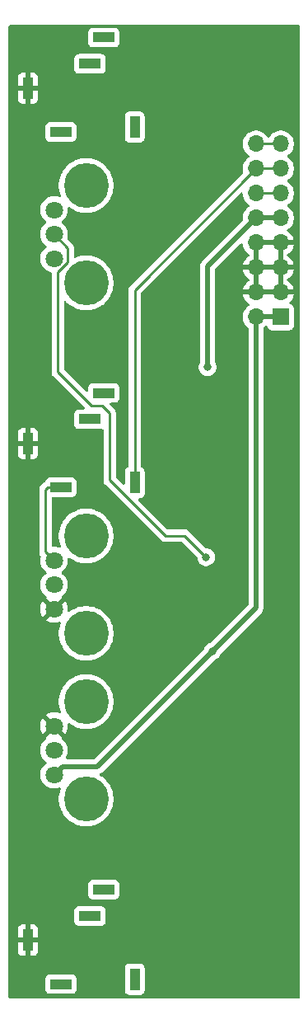
<source format=gbr>
G04 #@! TF.GenerationSoftware,KiCad,Pcbnew,9.0.0*
G04 #@! TF.CreationDate,2025-02-23T15:48:18-07:00*
G04 #@! TF.ProjectId,Notch_Filter,4e6f7463-685f-4466-996c-7465722e6b69,rev?*
G04 #@! TF.SameCoordinates,Original*
G04 #@! TF.FileFunction,Copper,L2,Bot*
G04 #@! TF.FilePolarity,Positive*
%FSLAX46Y46*%
G04 Gerber Fmt 4.6, Leading zero omitted, Abs format (unit mm)*
G04 Created by KiCad (PCBNEW 9.0.0) date 2025-02-23 15:48:18*
%MOMM*%
%LPD*%
G01*
G04 APERTURE LIST*
G04 #@! TA.AperFunction,ComponentPad*
%ADD10R,1.000000X2.200000*%
G04 #@! TD*
G04 #@! TA.AperFunction,ComponentPad*
%ADD11R,2.200000X1.000000*%
G04 #@! TD*
G04 #@! TA.AperFunction,ComponentPad*
%ADD12R,1.700000X1.700000*%
G04 #@! TD*
G04 #@! TA.AperFunction,ComponentPad*
%ADD13O,1.700000X1.700000*%
G04 #@! TD*
G04 #@! TA.AperFunction,ComponentPad*
%ADD14C,4.600000*%
G04 #@! TD*
G04 #@! TA.AperFunction,ComponentPad*
%ADD15C,1.800000*%
G04 #@! TD*
G04 #@! TA.AperFunction,ViaPad*
%ADD16C,0.800000*%
G04 #@! TD*
G04 #@! TA.AperFunction,Conductor*
%ADD17C,0.500000*%
G04 #@! TD*
G04 #@! TA.AperFunction,Conductor*
%ADD18C,0.250000*%
G04 #@! TD*
G04 APERTURE END LIST*
D10*
X2000000Y-6500000D03*
X13000000Y-10500000D03*
D11*
X5400000Y-11000000D03*
X8400000Y-4000000D03*
X9800000Y-1300000D03*
D10*
X2000000Y-94000000D03*
X13000000Y-98000000D03*
D11*
X5400000Y-98500000D03*
X9800000Y-88800000D03*
X8400000Y-91500000D03*
D12*
X28000000Y-30000000D03*
D13*
X25460000Y-30000000D03*
X28000000Y-27460000D03*
X25460000Y-27460000D03*
X28000000Y-24920000D03*
X25460000Y-24920000D03*
X28000000Y-22380000D03*
X25460000Y-22380000D03*
X28000000Y-19840000D03*
X25460000Y-19840000D03*
X28000000Y-17300000D03*
X25460000Y-17300000D03*
X28000000Y-14760000D03*
X25460000Y-14760000D03*
X28000000Y-12220000D03*
X25460000Y-12220000D03*
D10*
X2000000Y-43000000D03*
X13000000Y-47000000D03*
D11*
X5400000Y-47500000D03*
X9800000Y-37800000D03*
X8400000Y-40500000D03*
D14*
X8000000Y-16500000D03*
X8000000Y-26500000D03*
D15*
X4700000Y-19000000D03*
X4700000Y-21500000D03*
X4700000Y-24000000D03*
D14*
X8000000Y-62500000D03*
X8000000Y-52500000D03*
D15*
X4700000Y-55000000D03*
X4700000Y-57500000D03*
X4700000Y-60000000D03*
D14*
X8000000Y-69500000D03*
X8000000Y-79500000D03*
D15*
X4700000Y-72000000D03*
X4700000Y-74500000D03*
X4700000Y-77000000D03*
D16*
X1500000Y-98500000D03*
X28000000Y-33000000D03*
X28500000Y-98500000D03*
X1500000Y-3000000D03*
X28500000Y-97000000D03*
X28500000Y-1500000D03*
X17000000Y-64167600D03*
X1500000Y-97000000D03*
X28500000Y-3000000D03*
X1500000Y-1500000D03*
X28000000Y-53000000D03*
X24630200Y-65907400D03*
X24717800Y-82818100D03*
X27000000Y-98500000D03*
X21000000Y-45197700D03*
X3000000Y-98500000D03*
X17730000Y-54573700D03*
X27000000Y-1500000D03*
X24638000Y-71120000D03*
X24638200Y-78490600D03*
X3000000Y-1500000D03*
X17000000Y-89837700D03*
X20487700Y-35166900D03*
X20988000Y-64332400D03*
X20334500Y-54664800D03*
D17*
X25460000Y-19840000D02*
X26399700Y-19840000D01*
X20487700Y-35166900D02*
X20487700Y-24812300D01*
X28000000Y-19840000D02*
X26399700Y-19840000D01*
X20487700Y-24812300D02*
X25460000Y-19840000D01*
X5549600Y-76150400D02*
X4700000Y-77000000D01*
X28000000Y-30000000D02*
X26399700Y-30000000D01*
X25460000Y-30000000D02*
X26399700Y-30000000D01*
X9170000Y-76150400D02*
X5549600Y-76150400D01*
X25460000Y-59860400D02*
X20988000Y-64332400D01*
X20988000Y-64332400D02*
X9170000Y-76150400D01*
X25460000Y-30000000D02*
X25460000Y-59860400D01*
D18*
X28000000Y-12220000D02*
X25460000Y-12220000D01*
X25460000Y-14760000D02*
X13000000Y-27220000D01*
X13000000Y-27220000D02*
X13000000Y-47000000D01*
X25460000Y-14760000D02*
X28000000Y-14760000D01*
X28000000Y-17300000D02*
X25460000Y-17300000D01*
X4062000Y-47500000D02*
X5400000Y-47500000D01*
X3810000Y-47752000D02*
X4062000Y-47500000D01*
X3810000Y-54110000D02*
X3810000Y-47752000D01*
X4700000Y-55000000D02*
X3810000Y-54110000D01*
X6096000Y-22896000D02*
X4700000Y-21500000D01*
X10414000Y-46736000D02*
X10414000Y-39878000D01*
X20334500Y-54664800D02*
X18114400Y-52444700D01*
X16122700Y-52444700D02*
X10414000Y-46736000D01*
X9652000Y-39116000D02*
X8562600Y-39116000D01*
X6096000Y-24410600D02*
X6096000Y-22896000D01*
X8562600Y-39116000D02*
X5080000Y-35633400D01*
X5080000Y-25426600D02*
X6096000Y-24410600D01*
X10414000Y-39878000D02*
X9652000Y-39116000D01*
X18114400Y-52444700D02*
X16122700Y-52444700D01*
X5080000Y-35633400D02*
X5080000Y-25426600D01*
G04 #@! TA.AperFunction,Conductor*
G36*
X27534075Y-27267007D02*
G01*
X27500000Y-27394174D01*
X27500000Y-27525826D01*
X27534075Y-27652993D01*
X27569297Y-27714000D01*
X25890703Y-27714000D01*
X25925925Y-27652993D01*
X25960000Y-27525826D01*
X25960000Y-27394174D01*
X25925925Y-27267007D01*
X25890703Y-27206000D01*
X27569297Y-27206000D01*
X27534075Y-27267007D01*
G37*
G04 #@! TD.AperFunction*
G04 #@! TA.AperFunction,Conductor*
G36*
X25714000Y-27029297D02*
G01*
X25652993Y-26994075D01*
X25525826Y-26960000D01*
X25394174Y-26960000D01*
X25267007Y-26994075D01*
X25206000Y-27029297D01*
X25206000Y-25350702D01*
X25267007Y-25385925D01*
X25394174Y-25420000D01*
X25525826Y-25420000D01*
X25652993Y-25385925D01*
X25714000Y-25350702D01*
X25714000Y-27029297D01*
G37*
G04 #@! TD.AperFunction*
G04 #@! TA.AperFunction,Conductor*
G36*
X28254000Y-27029297D02*
G01*
X28192993Y-26994075D01*
X28065826Y-26960000D01*
X27934174Y-26960000D01*
X27807007Y-26994075D01*
X27746000Y-27029297D01*
X27746000Y-25350702D01*
X27807007Y-25385925D01*
X27934174Y-25420000D01*
X28065826Y-25420000D01*
X28192993Y-25385925D01*
X28254000Y-25350702D01*
X28254000Y-27029297D01*
G37*
G04 #@! TD.AperFunction*
G04 #@! TA.AperFunction,Conductor*
G36*
X27534075Y-24727007D02*
G01*
X27500000Y-24854174D01*
X27500000Y-24985826D01*
X27534075Y-25112993D01*
X27569297Y-25174000D01*
X25890703Y-25174000D01*
X25925925Y-25112993D01*
X25960000Y-24985826D01*
X25960000Y-24854174D01*
X25925925Y-24727007D01*
X25890703Y-24666000D01*
X27569297Y-24666000D01*
X27534075Y-24727007D01*
G37*
G04 #@! TD.AperFunction*
G04 #@! TA.AperFunction,Conductor*
G36*
X25714000Y-24489297D02*
G01*
X25652993Y-24454075D01*
X25525826Y-24420000D01*
X25394174Y-24420000D01*
X25267007Y-24454075D01*
X25206000Y-24489297D01*
X25206000Y-22810702D01*
X25267007Y-22845925D01*
X25394174Y-22880000D01*
X25525826Y-22880000D01*
X25652993Y-22845925D01*
X25714000Y-22810702D01*
X25714000Y-24489297D01*
G37*
G04 #@! TD.AperFunction*
G04 #@! TA.AperFunction,Conductor*
G36*
X28254000Y-24489297D02*
G01*
X28192993Y-24454075D01*
X28065826Y-24420000D01*
X27934174Y-24420000D01*
X27807007Y-24454075D01*
X27746000Y-24489297D01*
X27746000Y-22810702D01*
X27807007Y-22845925D01*
X27934174Y-22880000D01*
X28065826Y-22880000D01*
X28192993Y-22845925D01*
X28254000Y-22810702D01*
X28254000Y-24489297D01*
G37*
G04 #@! TD.AperFunction*
G04 #@! TA.AperFunction,Conductor*
G36*
X27534075Y-22187007D02*
G01*
X27500000Y-22314174D01*
X27500000Y-22445826D01*
X27534075Y-22572993D01*
X27569297Y-22634000D01*
X25890703Y-22634000D01*
X25925925Y-22572993D01*
X25960000Y-22445826D01*
X25960000Y-22314174D01*
X25925925Y-22187007D01*
X25890703Y-22126000D01*
X27569297Y-22126000D01*
X27534075Y-22187007D01*
G37*
G04 #@! TD.AperFunction*
G04 #@! TA.AperFunction,Conductor*
G36*
X29916621Y-45502D02*
G01*
X29963114Y-99158D01*
X29974500Y-151500D01*
X29974500Y-99848500D01*
X29954498Y-99916621D01*
X29900842Y-99963114D01*
X29848500Y-99974500D01*
X151500Y-99974500D01*
X83379Y-99954498D01*
X36886Y-99900842D01*
X25500Y-99848500D01*
X25500Y-97951350D01*
X3791500Y-97951350D01*
X3791500Y-99048649D01*
X3798009Y-99109196D01*
X3798011Y-99109204D01*
X3849110Y-99246202D01*
X3849112Y-99246207D01*
X3936738Y-99363261D01*
X4053792Y-99450887D01*
X4053794Y-99450888D01*
X4053796Y-99450889D01*
X4112875Y-99472924D01*
X4190795Y-99501988D01*
X4190803Y-99501990D01*
X4251350Y-99508499D01*
X4251355Y-99508499D01*
X4251362Y-99508500D01*
X4251368Y-99508500D01*
X6548632Y-99508500D01*
X6548638Y-99508500D01*
X6548645Y-99508499D01*
X6548649Y-99508499D01*
X6609196Y-99501990D01*
X6609199Y-99501989D01*
X6609201Y-99501989D01*
X6746204Y-99450889D01*
X6863261Y-99363261D01*
X6950887Y-99246207D01*
X6950887Y-99246206D01*
X6950889Y-99246204D01*
X7001989Y-99109201D01*
X7008500Y-99048638D01*
X7008500Y-97951362D01*
X7008499Y-97951350D01*
X7001990Y-97890803D01*
X7001988Y-97890795D01*
X6950889Y-97753797D01*
X6950887Y-97753792D01*
X6863261Y-97636738D01*
X6746207Y-97549112D01*
X6746202Y-97549110D01*
X6609204Y-97498011D01*
X6609196Y-97498009D01*
X6548649Y-97491500D01*
X6548638Y-97491500D01*
X4251362Y-97491500D01*
X4251350Y-97491500D01*
X4190803Y-97498009D01*
X4190795Y-97498011D01*
X4053797Y-97549110D01*
X4053792Y-97549112D01*
X3936738Y-97636738D01*
X3849112Y-97753792D01*
X3849110Y-97753797D01*
X3798011Y-97890795D01*
X3798009Y-97890803D01*
X3791500Y-97951350D01*
X25500Y-97951350D01*
X25500Y-96851350D01*
X11991500Y-96851350D01*
X11991500Y-99148649D01*
X11998009Y-99209196D01*
X11998011Y-99209204D01*
X12049110Y-99346202D01*
X12049112Y-99346207D01*
X12136738Y-99463261D01*
X12253792Y-99550887D01*
X12253794Y-99550888D01*
X12253796Y-99550889D01*
X12312875Y-99572924D01*
X12390795Y-99601988D01*
X12390803Y-99601990D01*
X12451350Y-99608499D01*
X12451355Y-99608499D01*
X12451362Y-99608500D01*
X12451368Y-99608500D01*
X13548632Y-99608500D01*
X13548638Y-99608500D01*
X13548645Y-99608499D01*
X13548649Y-99608499D01*
X13609196Y-99601990D01*
X13609199Y-99601989D01*
X13609201Y-99601989D01*
X13746204Y-99550889D01*
X13863261Y-99463261D01*
X13950889Y-99346204D01*
X14001989Y-99209201D01*
X14008500Y-99148638D01*
X14008500Y-96851362D01*
X14008499Y-96851350D01*
X14001990Y-96790803D01*
X14001988Y-96790795D01*
X13950889Y-96653797D01*
X13950887Y-96653792D01*
X13863261Y-96536738D01*
X13746207Y-96449112D01*
X13746202Y-96449110D01*
X13609204Y-96398011D01*
X13609196Y-96398009D01*
X13548649Y-96391500D01*
X13548638Y-96391500D01*
X12451362Y-96391500D01*
X12451350Y-96391500D01*
X12390803Y-96398009D01*
X12390795Y-96398011D01*
X12253797Y-96449110D01*
X12253792Y-96449112D01*
X12136738Y-96536738D01*
X12049112Y-96653792D01*
X12049110Y-96653797D01*
X11998011Y-96790795D01*
X11998009Y-96790803D01*
X11991500Y-96851350D01*
X25500Y-96851350D01*
X25500Y-95148597D01*
X992000Y-95148597D01*
X998505Y-95209093D01*
X1049555Y-95345964D01*
X1049555Y-95345965D01*
X1137095Y-95462904D01*
X1254034Y-95550444D01*
X1390906Y-95601494D01*
X1451402Y-95607999D01*
X1451415Y-95608000D01*
X1746000Y-95608000D01*
X2254000Y-95608000D01*
X2548585Y-95608000D01*
X2548597Y-95607999D01*
X2609093Y-95601494D01*
X2745964Y-95550444D01*
X2745965Y-95550444D01*
X2862904Y-95462904D01*
X2950444Y-95345965D01*
X2950444Y-95345964D01*
X3001494Y-95209093D01*
X3007999Y-95148597D01*
X3008000Y-95148585D01*
X3008000Y-94254000D01*
X2254000Y-94254000D01*
X2254000Y-95608000D01*
X1746000Y-95608000D01*
X1746000Y-94254000D01*
X992000Y-94254000D01*
X992000Y-95148597D01*
X25500Y-95148597D01*
X25500Y-92851402D01*
X992000Y-92851402D01*
X992000Y-93746000D01*
X1746000Y-93746000D01*
X1746000Y-93560218D01*
X1800000Y-93560218D01*
X1800000Y-94439782D01*
X1830448Y-94513291D01*
X1886709Y-94569552D01*
X1960218Y-94600000D01*
X2039782Y-94600000D01*
X2113291Y-94569552D01*
X2169552Y-94513291D01*
X2200000Y-94439782D01*
X2200000Y-93746000D01*
X2254000Y-93746000D01*
X3008000Y-93746000D01*
X3008000Y-92851414D01*
X3007999Y-92851402D01*
X3001494Y-92790906D01*
X2950444Y-92654035D01*
X2950444Y-92654034D01*
X2862904Y-92537095D01*
X2745965Y-92449555D01*
X2609093Y-92398505D01*
X2548597Y-92392000D01*
X2254000Y-92392000D01*
X2254000Y-93746000D01*
X2200000Y-93746000D01*
X2200000Y-93560218D01*
X2169552Y-93486709D01*
X2113291Y-93430448D01*
X2039782Y-93400000D01*
X1960218Y-93400000D01*
X1886709Y-93430448D01*
X1830448Y-93486709D01*
X1800000Y-93560218D01*
X1746000Y-93560218D01*
X1746000Y-92392000D01*
X1451402Y-92392000D01*
X1390906Y-92398505D01*
X1254035Y-92449555D01*
X1254034Y-92449555D01*
X1137095Y-92537095D01*
X1049555Y-92654034D01*
X1049555Y-92654035D01*
X998505Y-92790906D01*
X992000Y-92851402D01*
X25500Y-92851402D01*
X25500Y-90951350D01*
X6791500Y-90951350D01*
X6791500Y-92048649D01*
X6798009Y-92109196D01*
X6798011Y-92109204D01*
X6849110Y-92246202D01*
X6849112Y-92246207D01*
X6936738Y-92363261D01*
X7053792Y-92450887D01*
X7053794Y-92450888D01*
X7053796Y-92450889D01*
X7112875Y-92472924D01*
X7190795Y-92501988D01*
X7190803Y-92501990D01*
X7251350Y-92508499D01*
X7251355Y-92508499D01*
X7251362Y-92508500D01*
X7251368Y-92508500D01*
X9548632Y-92508500D01*
X9548638Y-92508500D01*
X9548645Y-92508499D01*
X9548649Y-92508499D01*
X9609196Y-92501990D01*
X9609199Y-92501989D01*
X9609201Y-92501989D01*
X9746204Y-92450889D01*
X9863261Y-92363261D01*
X9950889Y-92246204D01*
X10001989Y-92109201D01*
X10008500Y-92048638D01*
X10008500Y-90951362D01*
X10008499Y-90951350D01*
X10001990Y-90890803D01*
X10001988Y-90890795D01*
X9950889Y-90753797D01*
X9950887Y-90753792D01*
X9863261Y-90636738D01*
X9746207Y-90549112D01*
X9746202Y-90549110D01*
X9609204Y-90498011D01*
X9609196Y-90498009D01*
X9548649Y-90491500D01*
X9548638Y-90491500D01*
X7251362Y-90491500D01*
X7251350Y-90491500D01*
X7190803Y-90498009D01*
X7190795Y-90498011D01*
X7053797Y-90549110D01*
X7053792Y-90549112D01*
X6936738Y-90636738D01*
X6849112Y-90753792D01*
X6849110Y-90753797D01*
X6798011Y-90890795D01*
X6798009Y-90890803D01*
X6791500Y-90951350D01*
X25500Y-90951350D01*
X25500Y-88251350D01*
X8191500Y-88251350D01*
X8191500Y-89348649D01*
X8198009Y-89409196D01*
X8198011Y-89409204D01*
X8249110Y-89546202D01*
X8249112Y-89546207D01*
X8336738Y-89663261D01*
X8453792Y-89750887D01*
X8453794Y-89750888D01*
X8453796Y-89750889D01*
X8512875Y-89772924D01*
X8590795Y-89801988D01*
X8590803Y-89801990D01*
X8651350Y-89808499D01*
X8651355Y-89808499D01*
X8651362Y-89808500D01*
X8651368Y-89808500D01*
X10948632Y-89808500D01*
X10948638Y-89808500D01*
X10948645Y-89808499D01*
X10948649Y-89808499D01*
X11009196Y-89801990D01*
X11009199Y-89801989D01*
X11009201Y-89801989D01*
X11146204Y-89750889D01*
X11263261Y-89663261D01*
X11350889Y-89546204D01*
X11401989Y-89409201D01*
X11408500Y-89348638D01*
X11408500Y-88251362D01*
X11408499Y-88251350D01*
X11401990Y-88190803D01*
X11401988Y-88190795D01*
X11350889Y-88053797D01*
X11350887Y-88053792D01*
X11263261Y-87936738D01*
X11146207Y-87849112D01*
X11146202Y-87849110D01*
X11009204Y-87798011D01*
X11009196Y-87798009D01*
X10948649Y-87791500D01*
X10948638Y-87791500D01*
X8651362Y-87791500D01*
X8651350Y-87791500D01*
X8590803Y-87798009D01*
X8590795Y-87798011D01*
X8453797Y-87849110D01*
X8453792Y-87849112D01*
X8336738Y-87936738D01*
X8249112Y-88053792D01*
X8249110Y-88053797D01*
X8198011Y-88190795D01*
X8198009Y-88190803D01*
X8191500Y-88251350D01*
X25500Y-88251350D01*
X25500Y-47689603D01*
X3176500Y-47689603D01*
X3176500Y-47689606D01*
X3176500Y-54047606D01*
X3176500Y-54172394D01*
X3200845Y-54294785D01*
X3248600Y-54410075D01*
X3248601Y-54410076D01*
X3321368Y-54518980D01*
X3319851Y-54519993D01*
X3344246Y-54577428D01*
X3338926Y-54630951D01*
X3326184Y-54670167D01*
X3326183Y-54670168D01*
X3316140Y-54733578D01*
X3291500Y-54889149D01*
X3291500Y-55110851D01*
X3317211Y-55273181D01*
X3326183Y-55329829D01*
X3393948Y-55538387D01*
X3394692Y-55540676D01*
X3411315Y-55573300D01*
X3495345Y-55738218D01*
X3625658Y-55917578D01*
X3782417Y-56074337D01*
X3782420Y-56074339D01*
X3782424Y-56074343D01*
X3883892Y-56148064D01*
X3927245Y-56204287D01*
X3933320Y-56275023D01*
X3900188Y-56337815D01*
X3883892Y-56351936D01*
X3782417Y-56425662D01*
X3625658Y-56582421D01*
X3495345Y-56761781D01*
X3394693Y-56959322D01*
X3394690Y-56959328D01*
X3326183Y-57170170D01*
X3326182Y-57170175D01*
X3326182Y-57170176D01*
X3291500Y-57389149D01*
X3291500Y-57610851D01*
X3326182Y-57829824D01*
X3326183Y-57829829D01*
X3394690Y-58040671D01*
X3394692Y-58040676D01*
X3394693Y-58040677D01*
X3495345Y-58238218D01*
X3625658Y-58417578D01*
X3782418Y-58574338D01*
X3782421Y-58574340D01*
X3782424Y-58574343D01*
X3884316Y-58648372D01*
X3927670Y-58704594D01*
X3933745Y-58775331D01*
X3900613Y-58838122D01*
X3900221Y-58838461D01*
X3900035Y-58840825D01*
X4575052Y-59515842D01*
X4507007Y-59534075D01*
X4392993Y-59599901D01*
X4299901Y-59692993D01*
X4234075Y-59807007D01*
X4215842Y-59875052D01*
X3540825Y-59200035D01*
X3540823Y-59200035D01*
X3495772Y-59262043D01*
X3395156Y-59459514D01*
X3395155Y-59459516D01*
X3326670Y-59670289D01*
X3292000Y-59889191D01*
X3292000Y-60110808D01*
X3326670Y-60329710D01*
X3395155Y-60540483D01*
X3395156Y-60540485D01*
X3495770Y-60737952D01*
X3540824Y-60799963D01*
X4215841Y-60124946D01*
X4234075Y-60192993D01*
X4299901Y-60307007D01*
X4392993Y-60400099D01*
X4507007Y-60465925D01*
X4575051Y-60484157D01*
X3900035Y-61159173D01*
X3900035Y-61159174D01*
X3962047Y-61204229D01*
X4159514Y-61304843D01*
X4159516Y-61304844D01*
X4370289Y-61373329D01*
X4589191Y-61408000D01*
X4810809Y-61408000D01*
X5029710Y-61373329D01*
X5226815Y-61309285D01*
X5297783Y-61307257D01*
X5358581Y-61343919D01*
X5389906Y-61407631D01*
X5384682Y-61470733D01*
X5332133Y-61620908D01*
X5297015Y-61721275D01*
X5297012Y-61721283D01*
X5226819Y-62028814D01*
X5191500Y-62342276D01*
X5191500Y-62657723D01*
X5226819Y-62971185D01*
X5263362Y-63131289D01*
X5297012Y-63278718D01*
X5297014Y-63278724D01*
X5297013Y-63278724D01*
X5401189Y-63576442D01*
X5401200Y-63576469D01*
X5538063Y-63860668D01*
X5705890Y-64127762D01*
X5705894Y-64127768D01*
X5902563Y-64374381D01*
X5902572Y-64374391D01*
X6125608Y-64597427D01*
X6125618Y-64597436D01*
X6372231Y-64794105D01*
X6372238Y-64794109D01*
X6372241Y-64794112D01*
X6502215Y-64875779D01*
X6639331Y-64961936D01*
X6639334Y-64961937D01*
X6639335Y-64961938D01*
X6923540Y-65098804D01*
X6923556Y-65098809D01*
X6923557Y-65098810D01*
X7221275Y-65202986D01*
X7221278Y-65202986D01*
X7221282Y-65202988D01*
X7528818Y-65273181D01*
X7751088Y-65298225D01*
X7842276Y-65308500D01*
X7842278Y-65308500D01*
X8157724Y-65308500D01*
X8237332Y-65299529D01*
X8471182Y-65273181D01*
X8778718Y-65202988D01*
X9076460Y-65098804D01*
X9360665Y-64961938D01*
X9627759Y-64794112D01*
X9874383Y-64597435D01*
X10097435Y-64374383D01*
X10256363Y-64175095D01*
X10294105Y-64127768D01*
X10294105Y-64127766D01*
X10294112Y-64127759D01*
X10461938Y-63860665D01*
X10598804Y-63576460D01*
X10702988Y-63278718D01*
X10773181Y-62971182D01*
X10808500Y-62657722D01*
X10808500Y-62342278D01*
X10773181Y-62028818D01*
X10702988Y-61721282D01*
X10615317Y-61470733D01*
X10598810Y-61423557D01*
X10598809Y-61423556D01*
X10598804Y-61423540D01*
X10461938Y-61139335D01*
X10461937Y-61139334D01*
X10461936Y-61139331D01*
X10294109Y-60872237D01*
X10294105Y-60872231D01*
X10097436Y-60625618D01*
X10097427Y-60625608D01*
X9874391Y-60402572D01*
X9874381Y-60402563D01*
X9627768Y-60205894D01*
X9627762Y-60205890D01*
X9360668Y-60038063D01*
X9076469Y-59901200D01*
X9076464Y-59901198D01*
X9076460Y-59901196D01*
X9076454Y-59901193D01*
X9076442Y-59901189D01*
X8778724Y-59797013D01*
X8471185Y-59726819D01*
X8157724Y-59691500D01*
X8157722Y-59691500D01*
X7842278Y-59691500D01*
X7842276Y-59691500D01*
X7528814Y-59726819D01*
X7221275Y-59797013D01*
X6923557Y-59901189D01*
X6923530Y-59901200D01*
X6639331Y-60038063D01*
X6372237Y-60205890D01*
X6372233Y-60205893D01*
X6306351Y-60258432D01*
X6240621Y-60285266D01*
X6170817Y-60272304D01*
X6119103Y-60223661D01*
X6101897Y-60154781D01*
X6103343Y-60140209D01*
X6108000Y-60110807D01*
X6108000Y-59889191D01*
X6073329Y-59670289D01*
X6004844Y-59459516D01*
X6004843Y-59459514D01*
X5904229Y-59262047D01*
X5859174Y-59200035D01*
X5859173Y-59200035D01*
X5184157Y-59875051D01*
X5165925Y-59807007D01*
X5100099Y-59692993D01*
X5007007Y-59599901D01*
X4892993Y-59534075D01*
X4824946Y-59515841D01*
X5499963Y-58840824D01*
X5499177Y-58830839D01*
X5472328Y-58796019D01*
X5466254Y-58725283D01*
X5499387Y-58662492D01*
X5515676Y-58648377D01*
X5617576Y-58574343D01*
X5774343Y-58417576D01*
X5904657Y-58238215D01*
X6005308Y-58040676D01*
X6073818Y-57829824D01*
X6108500Y-57610851D01*
X6108500Y-57389149D01*
X6073818Y-57170176D01*
X6005308Y-56959324D01*
X5904657Y-56761785D01*
X5774343Y-56582424D01*
X5774341Y-56582421D01*
X5617578Y-56425658D01*
X5516108Y-56351936D01*
X5472754Y-56295713D01*
X5466679Y-56224977D01*
X5499811Y-56162186D01*
X5516108Y-56148064D01*
X5617576Y-56074343D01*
X5774343Y-55917576D01*
X5904657Y-55738215D01*
X6005308Y-55540676D01*
X6073818Y-55329824D01*
X6108500Y-55110851D01*
X6108500Y-54889149D01*
X6103922Y-54860247D01*
X6113021Y-54789840D01*
X6158743Y-54735525D01*
X6226571Y-54714552D01*
X6294970Y-54733578D01*
X6306931Y-54742029D01*
X6372231Y-54794105D01*
X6372238Y-54794109D01*
X6372241Y-54794112D01*
X6477501Y-54860251D01*
X6639331Y-54961936D01*
X6639334Y-54961937D01*
X6639335Y-54961938D01*
X6923540Y-55098804D01*
X6923556Y-55098809D01*
X6923557Y-55098810D01*
X7221275Y-55202986D01*
X7221278Y-55202986D01*
X7221282Y-55202988D01*
X7528818Y-55273181D01*
X7751088Y-55298225D01*
X7842276Y-55308500D01*
X7842278Y-55308500D01*
X8157724Y-55308500D01*
X8237332Y-55299529D01*
X8471182Y-55273181D01*
X8778718Y-55202988D01*
X9076460Y-55098804D01*
X9360665Y-54961938D01*
X9627759Y-54794112D01*
X9874383Y-54597435D01*
X10097435Y-54374383D01*
X10294112Y-54127759D01*
X10461938Y-53860665D01*
X10598804Y-53576460D01*
X10702988Y-53278718D01*
X10773181Y-52971182D01*
X10808500Y-52657722D01*
X10808500Y-52342278D01*
X10773181Y-52028818D01*
X10702988Y-51721282D01*
X10598804Y-51423540D01*
X10461938Y-51139335D01*
X10461937Y-51139334D01*
X10461936Y-51139331D01*
X10294109Y-50872237D01*
X10294105Y-50872231D01*
X10097436Y-50625618D01*
X10097427Y-50625608D01*
X9874391Y-50402572D01*
X9874381Y-50402563D01*
X9627768Y-50205894D01*
X9627762Y-50205890D01*
X9360668Y-50038063D01*
X9076469Y-49901200D01*
X9076464Y-49901198D01*
X9076460Y-49901196D01*
X9076454Y-49901193D01*
X9076442Y-49901189D01*
X8778724Y-49797013D01*
X8471185Y-49726819D01*
X8157724Y-49691500D01*
X8157722Y-49691500D01*
X7842278Y-49691500D01*
X7842276Y-49691500D01*
X7528814Y-49726819D01*
X7221275Y-49797013D01*
X6923557Y-49901189D01*
X6923530Y-49901200D01*
X6639331Y-50038063D01*
X6372237Y-50205890D01*
X6372231Y-50205894D01*
X6125618Y-50402563D01*
X6125608Y-50402572D01*
X5902572Y-50625608D01*
X5902563Y-50625618D01*
X5705894Y-50872231D01*
X5705890Y-50872237D01*
X5538063Y-51139331D01*
X5401200Y-51423530D01*
X5401189Y-51423557D01*
X5297013Y-51721275D01*
X5226819Y-52028814D01*
X5191500Y-52342276D01*
X5191500Y-52657723D01*
X5226819Y-52971185D01*
X5251245Y-53078199D01*
X5297012Y-53278718D01*
X5297014Y-53278724D01*
X5297013Y-53278724D01*
X5384474Y-53528673D01*
X5388093Y-53599577D01*
X5352804Y-53661183D01*
X5289811Y-53693929D01*
X5226609Y-53690121D01*
X5029827Y-53626183D01*
X5029831Y-53626183D01*
X4956496Y-53614568D01*
X4810851Y-53591500D01*
X4589149Y-53591500D01*
X4589145Y-53591500D01*
X4584216Y-53591888D01*
X4584133Y-53590837D01*
X4518784Y-53582383D01*
X4464476Y-53536654D01*
X4443513Y-53468823D01*
X4443500Y-53467041D01*
X4443500Y-48634500D01*
X4463502Y-48566379D01*
X4517158Y-48519886D01*
X4569500Y-48508500D01*
X6548632Y-48508500D01*
X6548638Y-48508500D01*
X6548645Y-48508499D01*
X6548649Y-48508499D01*
X6609196Y-48501990D01*
X6609199Y-48501989D01*
X6609201Y-48501989D01*
X6746204Y-48450889D01*
X6863261Y-48363261D01*
X6950887Y-48246207D01*
X6950887Y-48246206D01*
X6950889Y-48246204D01*
X7001989Y-48109201D01*
X7008500Y-48048638D01*
X7008500Y-46951362D01*
X7008499Y-46951350D01*
X7001990Y-46890803D01*
X7001988Y-46890795D01*
X6950889Y-46753797D01*
X6950887Y-46753792D01*
X6863261Y-46636738D01*
X6746207Y-46549112D01*
X6746202Y-46549110D01*
X6609204Y-46498011D01*
X6609196Y-46498009D01*
X6548649Y-46491500D01*
X6548638Y-46491500D01*
X4251362Y-46491500D01*
X4251350Y-46491500D01*
X4190803Y-46498009D01*
X4190795Y-46498011D01*
X4053797Y-46549110D01*
X4053792Y-46549112D01*
X3936738Y-46636738D01*
X3849112Y-46753792D01*
X3849111Y-46753795D01*
X3800462Y-46884226D01*
X3757915Y-46941061D01*
X3752410Y-46944956D01*
X3658173Y-47007923D01*
X3658164Y-47007931D01*
X3317931Y-47348164D01*
X3317926Y-47348171D01*
X3248601Y-47451923D01*
X3200846Y-47567212D01*
X3176500Y-47689603D01*
X25500Y-47689603D01*
X25500Y-44148597D01*
X992000Y-44148597D01*
X998505Y-44209093D01*
X1049555Y-44345964D01*
X1049555Y-44345965D01*
X1137095Y-44462904D01*
X1254034Y-44550444D01*
X1390906Y-44601494D01*
X1451402Y-44607999D01*
X1451415Y-44608000D01*
X1746000Y-44608000D01*
X2254000Y-44608000D01*
X2548585Y-44608000D01*
X2548597Y-44607999D01*
X2609093Y-44601494D01*
X2745964Y-44550444D01*
X2745965Y-44550444D01*
X2862904Y-44462904D01*
X2950444Y-44345965D01*
X2950444Y-44345964D01*
X3001494Y-44209093D01*
X3007999Y-44148597D01*
X3008000Y-44148585D01*
X3008000Y-43254000D01*
X2254000Y-43254000D01*
X2254000Y-44608000D01*
X1746000Y-44608000D01*
X1746000Y-43254000D01*
X992000Y-43254000D01*
X992000Y-44148597D01*
X25500Y-44148597D01*
X25500Y-41851402D01*
X992000Y-41851402D01*
X992000Y-42746000D01*
X1746000Y-42746000D01*
X1746000Y-42560218D01*
X1800000Y-42560218D01*
X1800000Y-43439782D01*
X1830448Y-43513291D01*
X1886709Y-43569552D01*
X1960218Y-43600000D01*
X2039782Y-43600000D01*
X2113291Y-43569552D01*
X2169552Y-43513291D01*
X2200000Y-43439782D01*
X2200000Y-42746000D01*
X2254000Y-42746000D01*
X3008000Y-42746000D01*
X3008000Y-41851414D01*
X3007999Y-41851402D01*
X3001494Y-41790906D01*
X2950444Y-41654035D01*
X2950444Y-41654034D01*
X2862904Y-41537095D01*
X2745965Y-41449555D01*
X2609093Y-41398505D01*
X2548597Y-41392000D01*
X2254000Y-41392000D01*
X2254000Y-42746000D01*
X2200000Y-42746000D01*
X2200000Y-42560218D01*
X2169552Y-42486709D01*
X2113291Y-42430448D01*
X2039782Y-42400000D01*
X1960218Y-42400000D01*
X1886709Y-42430448D01*
X1830448Y-42486709D01*
X1800000Y-42560218D01*
X1746000Y-42560218D01*
X1746000Y-41392000D01*
X1451402Y-41392000D01*
X1390906Y-41398505D01*
X1254035Y-41449555D01*
X1254034Y-41449555D01*
X1137095Y-41537095D01*
X1049555Y-41654034D01*
X1049555Y-41654035D01*
X998505Y-41790906D01*
X992000Y-41851402D01*
X25500Y-41851402D01*
X25500Y-18889149D01*
X3291500Y-18889149D01*
X3291500Y-19110851D01*
X3317211Y-19273181D01*
X3326183Y-19329829D01*
X3388584Y-19521878D01*
X3394692Y-19540676D01*
X3495343Y-19738215D01*
X3495345Y-19738218D01*
X3625658Y-19917578D01*
X3782417Y-20074337D01*
X3782420Y-20074339D01*
X3782424Y-20074343D01*
X3883892Y-20148064D01*
X3927245Y-20204287D01*
X3933320Y-20275023D01*
X3900188Y-20337815D01*
X3883893Y-20351935D01*
X3870752Y-20361483D01*
X3782417Y-20425662D01*
X3625658Y-20582421D01*
X3495345Y-20761781D01*
X3394693Y-20959322D01*
X3394690Y-20959328D01*
X3326183Y-21170170D01*
X3326182Y-21170175D01*
X3326182Y-21170176D01*
X3291500Y-21389149D01*
X3291500Y-21610851D01*
X3310259Y-21729288D01*
X3326183Y-21829829D01*
X3394690Y-22040671D01*
X3394692Y-22040676D01*
X3495343Y-22238215D01*
X3495345Y-22238218D01*
X3625658Y-22417578D01*
X3782417Y-22574337D01*
X3782420Y-22574339D01*
X3782424Y-22574343D01*
X3883892Y-22648064D01*
X3927245Y-22704287D01*
X3933320Y-22775023D01*
X3900188Y-22837815D01*
X3883892Y-22851936D01*
X3782417Y-22925662D01*
X3625658Y-23082421D01*
X3495345Y-23261781D01*
X3394693Y-23459322D01*
X3394690Y-23459328D01*
X3326183Y-23670170D01*
X3326182Y-23670175D01*
X3326182Y-23670176D01*
X3291500Y-23889149D01*
X3291500Y-24110851D01*
X3326018Y-24328786D01*
X3326183Y-24329829D01*
X3394690Y-24540671D01*
X3394692Y-24540676D01*
X3495025Y-24737590D01*
X3495345Y-24738218D01*
X3625658Y-24917578D01*
X3782421Y-25074341D01*
X3782424Y-25074343D01*
X3961785Y-25204657D01*
X4159324Y-25305308D01*
X4359437Y-25370328D01*
X4418042Y-25410401D01*
X4445679Y-25475798D01*
X4446500Y-25490161D01*
X4446500Y-35571006D01*
X4446500Y-35695794D01*
X4470845Y-35818185D01*
X4518600Y-35933475D01*
X4587929Y-36037233D01*
X4587931Y-36037235D01*
X7827101Y-39276405D01*
X7861127Y-39338717D01*
X7856062Y-39409532D01*
X7813515Y-39466368D01*
X7746995Y-39491179D01*
X7738006Y-39491500D01*
X7251350Y-39491500D01*
X7190803Y-39498009D01*
X7190795Y-39498011D01*
X7053797Y-39549110D01*
X7053792Y-39549112D01*
X6936738Y-39636738D01*
X6849112Y-39753792D01*
X6849110Y-39753797D01*
X6798011Y-39890795D01*
X6798009Y-39890803D01*
X6791500Y-39951350D01*
X6791500Y-41048649D01*
X6798009Y-41109196D01*
X6798011Y-41109204D01*
X6849110Y-41246202D01*
X6849112Y-41246207D01*
X6936738Y-41363261D01*
X7053792Y-41450887D01*
X7053794Y-41450888D01*
X7053796Y-41450889D01*
X7112875Y-41472924D01*
X7190795Y-41501988D01*
X7190803Y-41501990D01*
X7251350Y-41508499D01*
X7251355Y-41508499D01*
X7251362Y-41508500D01*
X7251368Y-41508500D01*
X9548632Y-41508500D01*
X9548638Y-41508500D01*
X9548645Y-41508499D01*
X9548649Y-41508499D01*
X9609196Y-41501990D01*
X9609197Y-41501989D01*
X9609201Y-41501989D01*
X9610463Y-41501517D01*
X9611511Y-41501442D01*
X9616868Y-41500177D01*
X9617073Y-41501045D01*
X9681279Y-41496451D01*
X9743592Y-41530473D01*
X9777620Y-41592784D01*
X9780500Y-41619572D01*
X9780500Y-46673606D01*
X9780500Y-46798394D01*
X9804845Y-46920785D01*
X9852600Y-47036075D01*
X9921929Y-47139833D01*
X15630629Y-52848533D01*
X15718867Y-52936771D01*
X15822625Y-53006100D01*
X15937915Y-53053855D01*
X16060306Y-53078200D01*
X17799806Y-53078200D01*
X17867927Y-53098202D01*
X17888901Y-53115105D01*
X19389095Y-54615299D01*
X19423121Y-54677611D01*
X19426000Y-54704394D01*
X19426000Y-54754281D01*
X19433923Y-54794112D01*
X19460913Y-54929800D01*
X19529398Y-55095136D01*
X19628822Y-55243935D01*
X19755365Y-55370478D01*
X19904164Y-55469902D01*
X20069500Y-55538387D01*
X20245021Y-55573300D01*
X20245022Y-55573300D01*
X20423978Y-55573300D01*
X20423979Y-55573300D01*
X20599500Y-55538387D01*
X20764836Y-55469902D01*
X20913635Y-55370478D01*
X21040178Y-55243935D01*
X21139602Y-55095136D01*
X21208087Y-54929800D01*
X21243000Y-54754279D01*
X21243000Y-54575321D01*
X21208087Y-54399800D01*
X21139602Y-54234464D01*
X21040178Y-54085665D01*
X20913635Y-53959122D01*
X20764836Y-53859698D01*
X20609471Y-53795343D01*
X20599503Y-53791214D01*
X20599501Y-53791213D01*
X20599500Y-53791213D01*
X20511145Y-53773638D01*
X20423981Y-53756300D01*
X20423979Y-53756300D01*
X20374095Y-53756300D01*
X20305974Y-53736298D01*
X20285000Y-53719395D01*
X18518235Y-51952631D01*
X18518233Y-51952629D01*
X18414475Y-51883300D01*
X18299185Y-51835545D01*
X18225486Y-51820885D01*
X18176796Y-51811200D01*
X18176794Y-51811200D01*
X16437294Y-51811200D01*
X16369173Y-51791198D01*
X16348199Y-51774295D01*
X13397499Y-48823595D01*
X13363473Y-48761283D01*
X13368538Y-48690468D01*
X13411085Y-48633632D01*
X13477605Y-48608821D01*
X13486594Y-48608500D01*
X13548632Y-48608500D01*
X13548638Y-48608500D01*
X13548645Y-48608499D01*
X13548649Y-48608499D01*
X13609196Y-48601990D01*
X13609199Y-48601989D01*
X13609201Y-48601989D01*
X13746204Y-48550889D01*
X13863261Y-48463261D01*
X13950889Y-48346204D01*
X14001989Y-48209201D01*
X14008500Y-48148638D01*
X14008500Y-45851362D01*
X14008499Y-45851350D01*
X14001990Y-45790803D01*
X14001988Y-45790795D01*
X13950889Y-45653797D01*
X13950887Y-45653792D01*
X13863261Y-45536738D01*
X13746207Y-45449112D01*
X13746204Y-45449111D01*
X13715466Y-45437646D01*
X13658631Y-45395099D01*
X13633821Y-45328578D01*
X13633500Y-45319591D01*
X13633500Y-27534593D01*
X13653502Y-27466472D01*
X13670400Y-27445503D01*
X23886405Y-17229497D01*
X23948717Y-17195472D01*
X24019532Y-17200537D01*
X24076368Y-17243084D01*
X24101179Y-17309604D01*
X24101500Y-17318593D01*
X24101500Y-17406916D01*
X24132015Y-17599577D01*
X24134952Y-17618121D01*
X24192535Y-17795345D01*
X24201028Y-17821483D01*
X24298106Y-18012009D01*
X24423794Y-18185004D01*
X24423796Y-18185006D01*
X24423798Y-18185009D01*
X24574990Y-18336201D01*
X24574993Y-18336203D01*
X24574996Y-18336206D01*
X24747991Y-18461894D01*
X24747996Y-18461896D01*
X24749088Y-18462566D01*
X24749418Y-18462931D01*
X24751996Y-18464804D01*
X24751602Y-18465345D01*
X24796721Y-18515213D01*
X24808328Y-18585255D01*
X24780226Y-18650453D01*
X24751870Y-18675023D01*
X24751996Y-18675196D01*
X24749982Y-18676658D01*
X24749088Y-18677434D01*
X24747987Y-18678108D01*
X24574993Y-18803796D01*
X24574990Y-18803798D01*
X24423798Y-18954990D01*
X24423796Y-18954993D01*
X24298108Y-19127987D01*
X24201029Y-19318515D01*
X24201026Y-19318521D01*
X24134952Y-19521878D01*
X24134951Y-19521883D01*
X24134951Y-19521884D01*
X24131975Y-19540677D01*
X24101500Y-19733087D01*
X24101500Y-19946913D01*
X24115918Y-20037948D01*
X24106818Y-20108359D01*
X24080564Y-20146753D01*
X19898538Y-24328780D01*
X19898533Y-24328786D01*
X19849236Y-24402563D01*
X19849236Y-24402565D01*
X19832381Y-24427790D01*
X19815525Y-24453017D01*
X19758350Y-24591050D01*
X19758349Y-24591053D01*
X19729200Y-24737590D01*
X19729200Y-34628596D01*
X19709198Y-34696717D01*
X19707967Y-34698596D01*
X19682598Y-34736564D01*
X19614114Y-34901896D01*
X19579200Y-35077418D01*
X19579200Y-35077421D01*
X19579200Y-35256379D01*
X19614113Y-35431900D01*
X19682598Y-35597236D01*
X19782022Y-35746035D01*
X19908565Y-35872578D01*
X20057364Y-35972002D01*
X20222700Y-36040487D01*
X20398221Y-36075400D01*
X20398222Y-36075400D01*
X20577178Y-36075400D01*
X20577179Y-36075400D01*
X20752700Y-36040487D01*
X20918036Y-35972002D01*
X21066835Y-35872578D01*
X21193378Y-35746035D01*
X21292802Y-35597236D01*
X21361287Y-35431900D01*
X21396200Y-35256379D01*
X21396200Y-35077421D01*
X21361287Y-34901900D01*
X21292802Y-34736564D01*
X21267432Y-34698595D01*
X21246220Y-34630843D01*
X21246200Y-34628596D01*
X21246200Y-25178670D01*
X21254983Y-25148754D01*
X21261612Y-25118285D01*
X21265426Y-25113189D01*
X21266202Y-25110549D01*
X21283100Y-25089580D01*
X23897585Y-22475095D01*
X23959892Y-22441073D01*
X24030707Y-22446137D01*
X24087543Y-22488684D01*
X24111124Y-22544482D01*
X24135440Y-22698003D01*
X24201490Y-22901286D01*
X24201493Y-22901292D01*
X24298536Y-23091750D01*
X24424177Y-23264679D01*
X24575320Y-23415822D01*
X24748256Y-23541468D01*
X24750052Y-23542569D01*
X24750591Y-23543164D01*
X24752258Y-23544376D01*
X24752003Y-23544726D01*
X24797682Y-23595217D01*
X24809288Y-23665259D01*
X24781183Y-23730456D01*
X24752211Y-23755559D01*
X24752258Y-23755624D01*
X24751511Y-23756166D01*
X24750052Y-23757431D01*
X24748256Y-23758531D01*
X24575320Y-23884177D01*
X24424177Y-24035320D01*
X24298536Y-24208249D01*
X24201493Y-24398707D01*
X24201490Y-24398713D01*
X24135440Y-24601995D01*
X24125302Y-24666000D01*
X25029297Y-24666000D01*
X24994075Y-24727007D01*
X24960000Y-24854174D01*
X24960000Y-24985826D01*
X24994075Y-25112993D01*
X25029297Y-25174000D01*
X24125302Y-25174000D01*
X24135440Y-25238004D01*
X24201490Y-25441286D01*
X24201493Y-25441292D01*
X24298536Y-25631750D01*
X24424177Y-25804679D01*
X24575320Y-25955822D01*
X24748256Y-26081468D01*
X24750052Y-26082569D01*
X24750591Y-26083164D01*
X24752258Y-26084376D01*
X24752003Y-26084726D01*
X24797682Y-26135217D01*
X24809288Y-26205259D01*
X24781183Y-26270456D01*
X24752211Y-26295559D01*
X24752258Y-26295624D01*
X24751511Y-26296166D01*
X24750052Y-26297431D01*
X24748256Y-26298531D01*
X24575320Y-26424177D01*
X24424177Y-26575320D01*
X24298536Y-26748249D01*
X24201493Y-26938707D01*
X24201490Y-26938713D01*
X24135440Y-27141995D01*
X24125302Y-27206000D01*
X25029297Y-27206000D01*
X24994075Y-27267007D01*
X24960000Y-27394174D01*
X24960000Y-27525826D01*
X24994075Y-27652993D01*
X25029297Y-27714000D01*
X24125302Y-27714000D01*
X24135440Y-27778004D01*
X24201490Y-27981286D01*
X24201493Y-27981292D01*
X24298536Y-28171750D01*
X24424177Y-28344679D01*
X24575320Y-28495822D01*
X24748244Y-28621460D01*
X24749560Y-28622266D01*
X24749955Y-28622703D01*
X24752258Y-28624376D01*
X24751906Y-28624859D01*
X24797196Y-28674910D01*
X24808809Y-28744950D01*
X24780712Y-28810150D01*
X24751925Y-28835098D01*
X24751996Y-28835196D01*
X24750862Y-28836019D01*
X24749580Y-28837131D01*
X24747998Y-28838100D01*
X24574993Y-28963796D01*
X24574990Y-28963798D01*
X24423798Y-29114990D01*
X24423796Y-29114993D01*
X24298108Y-29287987D01*
X24201029Y-29478515D01*
X24201026Y-29478521D01*
X24134952Y-29681878D01*
X24134951Y-29681883D01*
X24134951Y-29681884D01*
X24101500Y-29893084D01*
X24101500Y-30106916D01*
X24134951Y-30318116D01*
X24134952Y-30318121D01*
X24201026Y-30521478D01*
X24201028Y-30521483D01*
X24298106Y-30712009D01*
X24423794Y-30885004D01*
X24423796Y-30885006D01*
X24423798Y-30885009D01*
X24574990Y-31036201D01*
X24574993Y-31036203D01*
X24574996Y-31036206D01*
X24649561Y-31090380D01*
X24692915Y-31146602D01*
X24701500Y-31192316D01*
X24701500Y-59494028D01*
X24681498Y-59562149D01*
X24664595Y-59583123D01*
X20832297Y-63415420D01*
X20769985Y-63449446D01*
X20767786Y-63449903D01*
X20723007Y-63458811D01*
X20723000Y-63458813D01*
X20557663Y-63527298D01*
X20408869Y-63626719D01*
X20408862Y-63626724D01*
X20282324Y-63753262D01*
X20282319Y-63753269D01*
X20182898Y-63902063D01*
X20114413Y-64067400D01*
X20114411Y-64067407D01*
X20105503Y-64112186D01*
X20072594Y-64175095D01*
X20071020Y-64176697D01*
X8892724Y-75354995D01*
X8830412Y-75389021D01*
X8803629Y-75391900D01*
X6031964Y-75391900D01*
X5963843Y-75371898D01*
X5917350Y-75318242D01*
X5907246Y-75247968D01*
X5919697Y-75208697D01*
X6005308Y-75040676D01*
X6073818Y-74829824D01*
X6108500Y-74610851D01*
X6108500Y-74389149D01*
X6073818Y-74170176D01*
X6005308Y-73959324D01*
X5904657Y-73761785D01*
X5774343Y-73582424D01*
X5774341Y-73582421D01*
X5617578Y-73425658D01*
X5515682Y-73351626D01*
X5472328Y-73295403D01*
X5466253Y-73224667D01*
X5499385Y-73161875D01*
X5499778Y-73161534D01*
X5499964Y-73159174D01*
X4824947Y-72484157D01*
X4892993Y-72465925D01*
X5007007Y-72400099D01*
X5100099Y-72307007D01*
X5165925Y-72192993D01*
X5184157Y-72124947D01*
X5859174Y-72799964D01*
X5859175Y-72799963D01*
X5904227Y-72737956D01*
X5904228Y-72737954D01*
X6004843Y-72540485D01*
X6004844Y-72540483D01*
X6073329Y-72329710D01*
X6108000Y-72110808D01*
X6108000Y-71889191D01*
X6103343Y-71859788D01*
X6112443Y-71789377D01*
X6158165Y-71735063D01*
X6225993Y-71714090D01*
X6294392Y-71733117D01*
X6306343Y-71741560D01*
X6372241Y-71794112D01*
X6476764Y-71859788D01*
X6639331Y-71961936D01*
X6639334Y-71961937D01*
X6639335Y-71961938D01*
X6923540Y-72098804D01*
X6923556Y-72098809D01*
X6923557Y-72098810D01*
X7221275Y-72202986D01*
X7221278Y-72202986D01*
X7221282Y-72202988D01*
X7528818Y-72273181D01*
X7751088Y-72298225D01*
X7842276Y-72308500D01*
X7842278Y-72308500D01*
X8157724Y-72308500D01*
X8237332Y-72299529D01*
X8471182Y-72273181D01*
X8778718Y-72202988D01*
X9076460Y-72098804D01*
X9360665Y-71961938D01*
X9627759Y-71794112D01*
X9633697Y-71789377D01*
X9728103Y-71714090D01*
X9874383Y-71597435D01*
X10097435Y-71374383D01*
X10294112Y-71127759D01*
X10461938Y-70860665D01*
X10598804Y-70576460D01*
X10702988Y-70278718D01*
X10773181Y-69971182D01*
X10808500Y-69657722D01*
X10808500Y-69342278D01*
X10773181Y-69028818D01*
X10702988Y-68721282D01*
X10598804Y-68423540D01*
X10461938Y-68139335D01*
X10461937Y-68139334D01*
X10461936Y-68139331D01*
X10294109Y-67872237D01*
X10294105Y-67872231D01*
X10097436Y-67625618D01*
X10097427Y-67625608D01*
X9874391Y-67402572D01*
X9874381Y-67402563D01*
X9627768Y-67205894D01*
X9627762Y-67205890D01*
X9360668Y-67038063D01*
X9076469Y-66901200D01*
X9076464Y-66901198D01*
X9076460Y-66901196D01*
X9076454Y-66901193D01*
X9076442Y-66901189D01*
X8778724Y-66797013D01*
X8471185Y-66726819D01*
X8157724Y-66691500D01*
X8157722Y-66691500D01*
X7842278Y-66691500D01*
X7842276Y-66691500D01*
X7528814Y-66726819D01*
X7221275Y-66797013D01*
X6923557Y-66901189D01*
X6923530Y-66901200D01*
X6639331Y-67038063D01*
X6372237Y-67205890D01*
X6372231Y-67205894D01*
X6125618Y-67402563D01*
X6125608Y-67402572D01*
X5902572Y-67625608D01*
X5902563Y-67625618D01*
X5705894Y-67872231D01*
X5705890Y-67872237D01*
X5538063Y-68139331D01*
X5401200Y-68423530D01*
X5401189Y-68423557D01*
X5297013Y-68721275D01*
X5226819Y-69028814D01*
X5191500Y-69342276D01*
X5191500Y-69657723D01*
X5226819Y-69971185D01*
X5263362Y-70131289D01*
X5297012Y-70278718D01*
X5297014Y-70278724D01*
X5297013Y-70278724D01*
X5384681Y-70529266D01*
X5388300Y-70600171D01*
X5353011Y-70661776D01*
X5290018Y-70694522D01*
X5226815Y-70690714D01*
X5029710Y-70626670D01*
X4810809Y-70592000D01*
X4589191Y-70592000D01*
X4370289Y-70626670D01*
X4159516Y-70695155D01*
X4159514Y-70695156D01*
X3962043Y-70795772D01*
X3900035Y-70840823D01*
X3900035Y-70840825D01*
X4575052Y-71515842D01*
X4507007Y-71534075D01*
X4392993Y-71599901D01*
X4299901Y-71692993D01*
X4234075Y-71807007D01*
X4215842Y-71875052D01*
X3540825Y-71200035D01*
X3540823Y-71200035D01*
X3495772Y-71262043D01*
X3395156Y-71459514D01*
X3395155Y-71459516D01*
X3326670Y-71670289D01*
X3292000Y-71889191D01*
X3292000Y-72110808D01*
X3326670Y-72329710D01*
X3395155Y-72540483D01*
X3395156Y-72540485D01*
X3495770Y-72737952D01*
X3540824Y-72799963D01*
X4215841Y-72124946D01*
X4234075Y-72192993D01*
X4299901Y-72307007D01*
X4392993Y-72400099D01*
X4507007Y-72465925D01*
X4575051Y-72484157D01*
X3900035Y-73159173D01*
X3900821Y-73169157D01*
X3927671Y-73203978D01*
X3933746Y-73274714D01*
X3900614Y-73337506D01*
X3884317Y-73351627D01*
X3782421Y-73425658D01*
X3625658Y-73582421D01*
X3495345Y-73761781D01*
X3394693Y-73959322D01*
X3394690Y-73959328D01*
X3326183Y-74170170D01*
X3326182Y-74170175D01*
X3326182Y-74170176D01*
X3291500Y-74389149D01*
X3291500Y-74610851D01*
X3326182Y-74829824D01*
X3326183Y-74829829D01*
X3394690Y-75040671D01*
X3394692Y-75040676D01*
X3394693Y-75040677D01*
X3495345Y-75238218D01*
X3625658Y-75417578D01*
X3782417Y-75574337D01*
X3782420Y-75574339D01*
X3782424Y-75574343D01*
X3883892Y-75648064D01*
X3927245Y-75704287D01*
X3933320Y-75775023D01*
X3900188Y-75837815D01*
X3883892Y-75851936D01*
X3782417Y-75925662D01*
X3625658Y-76082421D01*
X3495345Y-76261781D01*
X3394693Y-76459322D01*
X3394690Y-76459328D01*
X3326183Y-76670170D01*
X3326182Y-76670175D01*
X3326182Y-76670176D01*
X3291500Y-76889149D01*
X3291500Y-77110851D01*
X3326182Y-77329824D01*
X3326183Y-77329829D01*
X3394690Y-77540671D01*
X3394692Y-77540676D01*
X3495343Y-77738215D01*
X3495345Y-77738218D01*
X3625658Y-77917578D01*
X3782421Y-78074341D01*
X3782424Y-78074343D01*
X3961785Y-78204657D01*
X4159324Y-78305308D01*
X4370176Y-78373818D01*
X4589149Y-78408500D01*
X4589152Y-78408500D01*
X4810848Y-78408500D01*
X4810851Y-78408500D01*
X5029824Y-78373818D01*
X5226611Y-78309877D01*
X5297576Y-78307850D01*
X5358374Y-78344513D01*
X5389699Y-78408225D01*
X5384474Y-78471326D01*
X5297013Y-78721275D01*
X5226819Y-79028814D01*
X5191500Y-79342276D01*
X5191500Y-79657723D01*
X5226819Y-79971185D01*
X5263362Y-80131289D01*
X5297012Y-80278718D01*
X5297014Y-80278724D01*
X5297013Y-80278724D01*
X5401189Y-80576442D01*
X5401200Y-80576469D01*
X5538063Y-80860668D01*
X5705890Y-81127762D01*
X5705894Y-81127768D01*
X5902563Y-81374381D01*
X5902572Y-81374391D01*
X6125608Y-81597427D01*
X6125618Y-81597436D01*
X6372231Y-81794105D01*
X6372238Y-81794109D01*
X6372241Y-81794112D01*
X6502215Y-81875779D01*
X6639331Y-81961936D01*
X6639334Y-81961937D01*
X6639335Y-81961938D01*
X6923540Y-82098804D01*
X6923556Y-82098809D01*
X6923557Y-82098810D01*
X7221275Y-82202986D01*
X7221278Y-82202986D01*
X7221282Y-82202988D01*
X7528818Y-82273181D01*
X7751088Y-82298225D01*
X7842276Y-82308500D01*
X7842278Y-82308500D01*
X8157724Y-82308500D01*
X8237332Y-82299529D01*
X8471182Y-82273181D01*
X8778718Y-82202988D01*
X9076460Y-82098804D01*
X9360665Y-81961938D01*
X9627759Y-81794112D01*
X9874383Y-81597435D01*
X10097435Y-81374383D01*
X10294112Y-81127759D01*
X10461938Y-80860665D01*
X10598804Y-80576460D01*
X10702988Y-80278718D01*
X10773181Y-79971182D01*
X10808500Y-79657722D01*
X10808500Y-79342278D01*
X10773181Y-79028818D01*
X10702988Y-78721282D01*
X10598804Y-78423540D01*
X10461938Y-78139335D01*
X10461937Y-78139334D01*
X10461936Y-78139331D01*
X10294109Y-77872237D01*
X10294105Y-77872231D01*
X10097436Y-77625618D01*
X10097427Y-77625608D01*
X9874391Y-77402572D01*
X9874381Y-77402563D01*
X9627768Y-77205894D01*
X9627762Y-77205890D01*
X9427479Y-77080044D01*
X9380441Y-77026866D01*
X9369621Y-76956698D01*
X9398454Y-76891820D01*
X9446295Y-76856949D01*
X9529284Y-76822574D01*
X9653515Y-76739566D01*
X21143702Y-65249377D01*
X21206012Y-65215353D01*
X21208216Y-65214895D01*
X21252994Y-65205989D01*
X21252994Y-65205988D01*
X21253000Y-65205987D01*
X21418336Y-65137502D01*
X21567135Y-65038078D01*
X21693678Y-64911535D01*
X21793102Y-64762736D01*
X21861587Y-64597400D01*
X21861588Y-64597394D01*
X21861589Y-64597394D01*
X21870495Y-64552616D01*
X21903401Y-64489706D01*
X21904922Y-64488157D01*
X26049166Y-60343915D01*
X26132174Y-60219685D01*
X26189351Y-60081647D01*
X26218500Y-59935105D01*
X26218500Y-59785695D01*
X26218500Y-31192316D01*
X26238502Y-31124195D01*
X26270439Y-31090380D01*
X26345004Y-31036206D01*
X26447982Y-30933227D01*
X26510292Y-30899204D01*
X26581108Y-30904268D01*
X26637944Y-30946815D01*
X26655131Y-30978291D01*
X26699110Y-31096203D01*
X26699112Y-31096207D01*
X26786738Y-31213261D01*
X26903792Y-31300887D01*
X26903794Y-31300888D01*
X26903796Y-31300889D01*
X26962875Y-31322924D01*
X27040795Y-31351988D01*
X27040803Y-31351990D01*
X27101350Y-31358499D01*
X27101355Y-31358499D01*
X27101362Y-31358500D01*
X27101368Y-31358500D01*
X28898632Y-31358500D01*
X28898638Y-31358500D01*
X28898645Y-31358499D01*
X28898649Y-31358499D01*
X28959196Y-31351990D01*
X28959199Y-31351989D01*
X28959201Y-31351989D01*
X29096204Y-31300889D01*
X29213261Y-31213261D01*
X29228940Y-31192316D01*
X29300887Y-31096207D01*
X29300887Y-31096206D01*
X29300889Y-31096204D01*
X29351989Y-30959201D01*
X29354782Y-30933229D01*
X29358499Y-30898649D01*
X29358500Y-30898632D01*
X29358500Y-29101367D01*
X29358499Y-29101350D01*
X29351990Y-29040803D01*
X29351988Y-29040795D01*
X29300889Y-28903797D01*
X29300887Y-28903792D01*
X29213261Y-28786738D01*
X29096207Y-28699112D01*
X29096202Y-28699110D01*
X28977775Y-28654938D01*
X28920939Y-28612391D01*
X28896129Y-28545871D01*
X28911221Y-28476497D01*
X28932713Y-28447787D01*
X29035823Y-28344677D01*
X29161463Y-28171750D01*
X29258506Y-27981292D01*
X29258509Y-27981286D01*
X29324559Y-27778004D01*
X29334698Y-27714000D01*
X28430703Y-27714000D01*
X28465925Y-27652993D01*
X28500000Y-27525826D01*
X28500000Y-27394174D01*
X28465925Y-27267007D01*
X28430703Y-27206000D01*
X29334697Y-27206000D01*
X29324559Y-27141995D01*
X29258509Y-26938713D01*
X29258506Y-26938707D01*
X29161463Y-26748249D01*
X29035822Y-26575320D01*
X28884679Y-26424177D01*
X28711748Y-26298534D01*
X28709955Y-26297436D01*
X28709415Y-26296840D01*
X28707742Y-26295624D01*
X28707997Y-26295272D01*
X28662321Y-26244791D01*
X28650710Y-26174750D01*
X28678810Y-26109551D01*
X28707789Y-26084440D01*
X28707742Y-26084376D01*
X28708496Y-26083827D01*
X28709955Y-26082564D01*
X28711748Y-26081465D01*
X28884679Y-25955822D01*
X29035822Y-25804679D01*
X29161463Y-25631750D01*
X29258506Y-25441292D01*
X29258509Y-25441286D01*
X29324559Y-25238004D01*
X29334698Y-25174000D01*
X28430703Y-25174000D01*
X28465925Y-25112993D01*
X28500000Y-24985826D01*
X28500000Y-24854174D01*
X28465925Y-24727007D01*
X28430703Y-24666000D01*
X29334697Y-24666000D01*
X29324559Y-24601995D01*
X29258509Y-24398713D01*
X29258506Y-24398707D01*
X29161463Y-24208249D01*
X29035822Y-24035320D01*
X28884679Y-23884177D01*
X28711748Y-23758534D01*
X28709955Y-23757436D01*
X28709415Y-23756840D01*
X28707742Y-23755624D01*
X28707997Y-23755272D01*
X28662321Y-23704791D01*
X28650710Y-23634750D01*
X28678810Y-23569551D01*
X28707789Y-23544440D01*
X28707742Y-23544376D01*
X28708496Y-23543827D01*
X28709955Y-23542564D01*
X28711748Y-23541465D01*
X28884679Y-23415822D01*
X29035822Y-23264679D01*
X29161463Y-23091750D01*
X29258506Y-22901292D01*
X29258509Y-22901286D01*
X29324559Y-22698004D01*
X29334698Y-22634000D01*
X28430703Y-22634000D01*
X28465925Y-22572993D01*
X28500000Y-22445826D01*
X28500000Y-22314174D01*
X28465925Y-22187007D01*
X28430703Y-22126000D01*
X29334697Y-22126000D01*
X29324559Y-22061995D01*
X29258509Y-21858713D01*
X29258506Y-21858707D01*
X29161463Y-21668249D01*
X29035822Y-21495320D01*
X28884679Y-21344177D01*
X28711749Y-21218535D01*
X28710433Y-21217729D01*
X28710037Y-21217291D01*
X28707742Y-21215624D01*
X28708092Y-21215141D01*
X28662800Y-21165084D01*
X28651190Y-21095043D01*
X28679291Y-21029844D01*
X28708076Y-21004903D01*
X28708004Y-21004804D01*
X28709158Y-21003965D01*
X28710441Y-21002854D01*
X28711992Y-21001902D01*
X28712009Y-21001894D01*
X28885004Y-20876206D01*
X29036206Y-20725004D01*
X29161894Y-20552009D01*
X29258972Y-20361483D01*
X29325049Y-20158116D01*
X29358500Y-19946916D01*
X29358500Y-19733084D01*
X29325049Y-19521884D01*
X29258972Y-19318517D01*
X29161894Y-19127991D01*
X29036206Y-18954996D01*
X29036203Y-18954993D01*
X29036201Y-18954990D01*
X28885009Y-18803798D01*
X28885006Y-18803796D01*
X28885004Y-18803794D01*
X28712009Y-18678106D01*
X28712007Y-18678105D01*
X28710920Y-18677439D01*
X28710591Y-18677075D01*
X28708004Y-18675196D01*
X28708398Y-18674652D01*
X28663283Y-18624796D01*
X28651670Y-18554756D01*
X28679766Y-18489555D01*
X28708130Y-18464978D01*
X28708004Y-18464804D01*
X28710030Y-18463331D01*
X28710920Y-18462561D01*
X28711997Y-18461899D01*
X28712009Y-18461894D01*
X28885004Y-18336206D01*
X29036206Y-18185004D01*
X29161894Y-18012009D01*
X29258972Y-17821483D01*
X29325049Y-17618116D01*
X29358500Y-17406916D01*
X29358500Y-17193084D01*
X29325049Y-16981884D01*
X29258972Y-16778517D01*
X29161894Y-16587991D01*
X29036206Y-16414996D01*
X29036203Y-16414993D01*
X29036201Y-16414990D01*
X28885009Y-16263798D01*
X28885006Y-16263796D01*
X28885004Y-16263794D01*
X28712009Y-16138106D01*
X28712007Y-16138105D01*
X28710920Y-16137439D01*
X28710591Y-16137075D01*
X28708004Y-16135196D01*
X28708398Y-16134652D01*
X28663283Y-16084796D01*
X28651670Y-16014756D01*
X28679766Y-15949555D01*
X28708130Y-15924978D01*
X28708004Y-15924804D01*
X28710030Y-15923331D01*
X28710920Y-15922561D01*
X28711997Y-15921899D01*
X28712009Y-15921894D01*
X28885004Y-15796206D01*
X29036206Y-15645004D01*
X29161894Y-15472009D01*
X29258972Y-15281483D01*
X29325049Y-15078116D01*
X29358500Y-14866916D01*
X29358500Y-14653084D01*
X29325049Y-14441884D01*
X29258972Y-14238517D01*
X29161894Y-14047991D01*
X29036206Y-13874996D01*
X29036203Y-13874993D01*
X29036201Y-13874990D01*
X28885009Y-13723798D01*
X28885006Y-13723796D01*
X28885004Y-13723794D01*
X28712009Y-13598106D01*
X28712007Y-13598105D01*
X28710920Y-13597439D01*
X28710591Y-13597075D01*
X28708004Y-13595196D01*
X28708398Y-13594652D01*
X28663283Y-13544796D01*
X28651670Y-13474756D01*
X28679766Y-13409555D01*
X28708130Y-13384978D01*
X28708004Y-13384804D01*
X28710030Y-13383331D01*
X28710920Y-13382561D01*
X28711997Y-13381899D01*
X28712009Y-13381894D01*
X28885004Y-13256206D01*
X29036206Y-13105004D01*
X29161894Y-12932009D01*
X29258972Y-12741483D01*
X29325049Y-12538116D01*
X29358500Y-12326916D01*
X29358500Y-12113084D01*
X29325049Y-11901884D01*
X29258972Y-11698517D01*
X29161894Y-11507991D01*
X29036206Y-11334996D01*
X29036203Y-11334993D01*
X29036201Y-11334990D01*
X28885009Y-11183798D01*
X28885006Y-11183796D01*
X28885004Y-11183794D01*
X28712009Y-11058106D01*
X28521483Y-10961028D01*
X28521480Y-10961027D01*
X28521478Y-10961026D01*
X28318120Y-10894952D01*
X28318123Y-10894952D01*
X28278801Y-10888724D01*
X28106916Y-10861500D01*
X27893084Y-10861500D01*
X27681884Y-10894951D01*
X27681878Y-10894952D01*
X27478521Y-10961026D01*
X27478515Y-10961029D01*
X27287987Y-11058108D01*
X27114993Y-11183796D01*
X27114990Y-11183798D01*
X26963798Y-11334990D01*
X26963796Y-11334993D01*
X26838108Y-11507987D01*
X26837434Y-11509088D01*
X26837068Y-11509418D01*
X26835196Y-11511996D01*
X26834654Y-11511602D01*
X26784787Y-11556721D01*
X26714745Y-11568328D01*
X26649547Y-11540226D01*
X26624976Y-11511870D01*
X26624804Y-11511996D01*
X26623341Y-11509982D01*
X26622566Y-11509088D01*
X26621896Y-11507996D01*
X26621894Y-11507991D01*
X26496206Y-11334996D01*
X26496203Y-11334993D01*
X26496201Y-11334990D01*
X26345009Y-11183798D01*
X26345006Y-11183796D01*
X26345004Y-11183794D01*
X26172009Y-11058106D01*
X25981483Y-10961028D01*
X25981480Y-10961027D01*
X25981478Y-10961026D01*
X25778120Y-10894952D01*
X25778123Y-10894952D01*
X25738801Y-10888724D01*
X25566916Y-10861500D01*
X25353084Y-10861500D01*
X25141884Y-10894951D01*
X25141878Y-10894952D01*
X24938521Y-10961026D01*
X24938515Y-10961029D01*
X24747987Y-11058108D01*
X24574993Y-11183796D01*
X24574990Y-11183798D01*
X24423798Y-11334990D01*
X24423796Y-11334993D01*
X24298108Y-11507987D01*
X24201029Y-11698515D01*
X24201026Y-11698521D01*
X24134952Y-11901878D01*
X24134951Y-11901883D01*
X24134951Y-11901884D01*
X24101500Y-12113084D01*
X24101500Y-12326916D01*
X24134951Y-12538116D01*
X24134952Y-12538121D01*
X24201026Y-12741478D01*
X24201028Y-12741483D01*
X24298106Y-12932009D01*
X24423794Y-13105004D01*
X24423796Y-13105006D01*
X24423798Y-13105009D01*
X24574990Y-13256201D01*
X24574993Y-13256203D01*
X24574996Y-13256206D01*
X24747991Y-13381894D01*
X24747996Y-13381896D01*
X24749088Y-13382566D01*
X24749418Y-13382931D01*
X24751996Y-13384804D01*
X24751602Y-13385345D01*
X24796721Y-13435213D01*
X24808328Y-13505255D01*
X24780226Y-13570453D01*
X24751870Y-13595023D01*
X24751996Y-13595196D01*
X24749982Y-13596658D01*
X24749088Y-13597434D01*
X24747987Y-13598108D01*
X24574993Y-13723796D01*
X24574990Y-13723798D01*
X24423798Y-13874990D01*
X24423796Y-13874993D01*
X24298108Y-14047987D01*
X24201029Y-14238515D01*
X24201026Y-14238521D01*
X24134952Y-14441878D01*
X24134951Y-14441883D01*
X24134951Y-14441884D01*
X24101500Y-14653084D01*
X24101500Y-14866916D01*
X24134951Y-15078116D01*
X24134952Y-15078119D01*
X24138319Y-15088481D01*
X24140347Y-15159448D01*
X24107581Y-15216513D01*
X12596167Y-26727929D01*
X12507931Y-26816164D01*
X12507926Y-26816171D01*
X12438601Y-26919923D01*
X12390846Y-27035212D01*
X12366500Y-27157603D01*
X12366500Y-45319591D01*
X12346498Y-45387712D01*
X12292842Y-45434205D01*
X12284534Y-45437646D01*
X12253795Y-45449111D01*
X12253792Y-45449112D01*
X12136738Y-45536738D01*
X12049112Y-45653792D01*
X12049110Y-45653797D01*
X11998011Y-45790795D01*
X11998009Y-45790803D01*
X11991500Y-45851350D01*
X11991500Y-47113406D01*
X11971498Y-47181527D01*
X11917842Y-47228020D01*
X11847568Y-47238124D01*
X11782988Y-47208630D01*
X11776405Y-47202501D01*
X11084405Y-46510501D01*
X11050379Y-46448189D01*
X11047500Y-46421406D01*
X11047500Y-39815607D01*
X11047499Y-39815603D01*
X11035204Y-39753792D01*
X11023155Y-39693215D01*
X10999762Y-39636739D01*
X10975401Y-39577925D01*
X10906072Y-39474167D01*
X10455499Y-39023595D01*
X10421475Y-38961283D01*
X10426539Y-38890468D01*
X10469086Y-38833632D01*
X10535606Y-38808821D01*
X10544595Y-38808500D01*
X10948632Y-38808500D01*
X10948638Y-38808500D01*
X10948645Y-38808499D01*
X10948649Y-38808499D01*
X11009196Y-38801990D01*
X11009199Y-38801989D01*
X11009201Y-38801989D01*
X11146204Y-38750889D01*
X11263261Y-38663261D01*
X11350889Y-38546204D01*
X11401989Y-38409201D01*
X11408500Y-38348638D01*
X11408500Y-37251362D01*
X11408499Y-37251350D01*
X11401990Y-37190803D01*
X11401988Y-37190795D01*
X11350889Y-37053797D01*
X11350887Y-37053792D01*
X11263261Y-36936738D01*
X11146207Y-36849112D01*
X11146202Y-36849110D01*
X11009204Y-36798011D01*
X11009196Y-36798009D01*
X10948649Y-36791500D01*
X10948638Y-36791500D01*
X8651362Y-36791500D01*
X8651350Y-36791500D01*
X8590803Y-36798009D01*
X8590795Y-36798011D01*
X8453797Y-36849110D01*
X8453792Y-36849112D01*
X8336738Y-36936738D01*
X8249112Y-37053792D01*
X8249110Y-37053797D01*
X8198011Y-37190795D01*
X8198009Y-37190803D01*
X8191500Y-37251350D01*
X8191500Y-37544806D01*
X8171498Y-37612927D01*
X8117842Y-37659420D01*
X8047568Y-37669524D01*
X7982988Y-37640030D01*
X7976405Y-37633901D01*
X5750405Y-35407901D01*
X5716379Y-35345589D01*
X5713500Y-35318806D01*
X5713500Y-28489509D01*
X5733502Y-28421388D01*
X5787158Y-28374895D01*
X5857432Y-28364791D01*
X5922012Y-28394285D01*
X5928595Y-28400414D01*
X6125608Y-28597427D01*
X6125618Y-28597436D01*
X6372231Y-28794105D01*
X6372238Y-28794109D01*
X6372241Y-28794112D01*
X6502215Y-28875779D01*
X6639331Y-28961936D01*
X6639334Y-28961937D01*
X6639335Y-28961938D01*
X6923540Y-29098804D01*
X6923556Y-29098809D01*
X6923557Y-29098810D01*
X7221275Y-29202986D01*
X7221278Y-29202986D01*
X7221282Y-29202988D01*
X7528818Y-29273181D01*
X7751088Y-29298225D01*
X7842276Y-29308500D01*
X7842278Y-29308500D01*
X8157724Y-29308500D01*
X8237332Y-29299529D01*
X8471182Y-29273181D01*
X8778718Y-29202988D01*
X9076460Y-29098804D01*
X9360665Y-28961938D01*
X9627759Y-28794112D01*
X9637005Y-28786739D01*
X9694324Y-28741028D01*
X9874383Y-28597435D01*
X10097435Y-28374383D01*
X10262189Y-28167789D01*
X10294105Y-28127768D01*
X10294105Y-28127766D01*
X10294112Y-28127759D01*
X10461938Y-27860665D01*
X10598804Y-27576460D01*
X10702988Y-27278718D01*
X10773181Y-26971182D01*
X10808500Y-26657722D01*
X10808500Y-26342278D01*
X10803447Y-26297436D01*
X10785169Y-26135217D01*
X10773181Y-26028818D01*
X10702988Y-25721282D01*
X10671031Y-25629955D01*
X10598810Y-25423557D01*
X10598809Y-25423556D01*
X10598804Y-25423540D01*
X10461938Y-25139335D01*
X10461937Y-25139334D01*
X10461936Y-25139331D01*
X10294109Y-24872237D01*
X10294105Y-24872231D01*
X10097436Y-24625618D01*
X10097427Y-24625608D01*
X9874391Y-24402572D01*
X9874381Y-24402563D01*
X9627768Y-24205894D01*
X9627762Y-24205890D01*
X9360668Y-24038063D01*
X9076469Y-23901200D01*
X9076464Y-23901198D01*
X9076460Y-23901196D01*
X9076454Y-23901193D01*
X9076442Y-23901189D01*
X8778724Y-23797013D01*
X8471185Y-23726819D01*
X8157724Y-23691500D01*
X8157722Y-23691500D01*
X7842278Y-23691500D01*
X7842276Y-23691500D01*
X7528814Y-23726819D01*
X7221275Y-23797013D01*
X6923557Y-23901189D01*
X6923543Y-23901194D01*
X6923540Y-23901196D01*
X6923536Y-23901198D01*
X6910164Y-23907637D01*
X6840110Y-23919169D01*
X6774943Y-23890996D01*
X6735351Y-23832063D01*
X6729500Y-23794112D01*
X6729500Y-22833607D01*
X6729499Y-22833603D01*
X6705155Y-22711215D01*
X6657400Y-22595925D01*
X6588071Y-22492167D01*
X6499833Y-22403929D01*
X6092098Y-21996194D01*
X6058072Y-21933882D01*
X6061360Y-21868162D01*
X6073818Y-21829824D01*
X6108500Y-21610851D01*
X6108500Y-21389149D01*
X6073818Y-21170176D01*
X6005308Y-20959324D01*
X5904657Y-20761785D01*
X5774343Y-20582424D01*
X5774341Y-20582421D01*
X5617578Y-20425658D01*
X5529248Y-20361483D01*
X5516107Y-20351935D01*
X5472754Y-20295713D01*
X5466679Y-20224977D01*
X5499811Y-20162186D01*
X5516108Y-20148064D01*
X5617576Y-20074343D01*
X5774343Y-19917576D01*
X5904657Y-19738215D01*
X6005308Y-19540676D01*
X6073818Y-19329824D01*
X6108500Y-19110851D01*
X6108500Y-18889149D01*
X6103922Y-18860247D01*
X6113021Y-18789840D01*
X6158743Y-18735525D01*
X6226571Y-18714552D01*
X6294970Y-18733578D01*
X6306931Y-18742029D01*
X6372231Y-18794105D01*
X6372238Y-18794109D01*
X6372241Y-18794112D01*
X6477501Y-18860251D01*
X6639331Y-18961936D01*
X6639334Y-18961937D01*
X6639335Y-18961938D01*
X6923540Y-19098804D01*
X6923556Y-19098809D01*
X6923557Y-19098810D01*
X7221275Y-19202986D01*
X7221278Y-19202986D01*
X7221282Y-19202988D01*
X7528818Y-19273181D01*
X7751088Y-19298225D01*
X7842276Y-19308500D01*
X7842278Y-19308500D01*
X8157724Y-19308500D01*
X8237332Y-19299529D01*
X8471182Y-19273181D01*
X8778718Y-19202988D01*
X9076460Y-19098804D01*
X9360665Y-18961938D01*
X9627759Y-18794112D01*
X9874383Y-18597435D01*
X10097435Y-18374383D01*
X10294112Y-18127759D01*
X10461938Y-17860665D01*
X10598804Y-17576460D01*
X10702988Y-17278718D01*
X10773181Y-16971182D01*
X10808500Y-16657722D01*
X10808500Y-16342278D01*
X10773181Y-16028818D01*
X10702988Y-15721282D01*
X10676297Y-15645004D01*
X10598810Y-15423557D01*
X10598809Y-15423556D01*
X10598804Y-15423540D01*
X10461938Y-15139335D01*
X10461937Y-15139334D01*
X10461936Y-15139331D01*
X10294109Y-14872237D01*
X10294105Y-14872231D01*
X10097436Y-14625618D01*
X10097427Y-14625608D01*
X9874391Y-14402572D01*
X9874381Y-14402563D01*
X9627768Y-14205894D01*
X9627762Y-14205890D01*
X9360668Y-14038063D01*
X9076469Y-13901200D01*
X9076464Y-13901198D01*
X9076460Y-13901196D01*
X9076454Y-13901193D01*
X9076442Y-13901189D01*
X8778724Y-13797013D01*
X8471185Y-13726819D01*
X8157724Y-13691500D01*
X8157722Y-13691500D01*
X7842278Y-13691500D01*
X7842276Y-13691500D01*
X7528814Y-13726819D01*
X7221275Y-13797013D01*
X6923557Y-13901189D01*
X6923530Y-13901200D01*
X6639331Y-14038063D01*
X6372237Y-14205890D01*
X6372231Y-14205894D01*
X6125618Y-14402563D01*
X6125608Y-14402572D01*
X5902572Y-14625608D01*
X5902563Y-14625618D01*
X5705894Y-14872231D01*
X5705890Y-14872237D01*
X5538063Y-15139331D01*
X5401200Y-15423530D01*
X5401189Y-15423557D01*
X5297013Y-15721275D01*
X5226819Y-16028814D01*
X5191500Y-16342276D01*
X5191500Y-16657723D01*
X5226819Y-16971185D01*
X5263362Y-17131289D01*
X5297012Y-17278718D01*
X5297014Y-17278724D01*
X5297013Y-17278724D01*
X5384474Y-17528673D01*
X5388093Y-17599577D01*
X5352804Y-17661183D01*
X5289811Y-17693929D01*
X5226609Y-17690121D01*
X5029827Y-17626183D01*
X5029831Y-17626183D01*
X4978897Y-17618116D01*
X4810851Y-17591500D01*
X4589149Y-17591500D01*
X4370176Y-17626182D01*
X4370170Y-17626183D01*
X4159328Y-17694690D01*
X4159322Y-17694693D01*
X3961781Y-17795345D01*
X3782421Y-17925658D01*
X3625658Y-18082421D01*
X3495345Y-18261781D01*
X3394693Y-18459322D01*
X3394690Y-18459328D01*
X3326183Y-18670170D01*
X3326182Y-18670175D01*
X3326182Y-18670176D01*
X3291500Y-18889149D01*
X25500Y-18889149D01*
X25500Y-10451350D01*
X3791500Y-10451350D01*
X3791500Y-11548649D01*
X3798009Y-11609196D01*
X3798011Y-11609204D01*
X3849110Y-11746202D01*
X3849112Y-11746207D01*
X3936738Y-11863261D01*
X4053792Y-11950887D01*
X4053794Y-11950888D01*
X4053796Y-11950889D01*
X4112875Y-11972924D01*
X4190795Y-12001988D01*
X4190803Y-12001990D01*
X4251350Y-12008499D01*
X4251355Y-12008499D01*
X4251362Y-12008500D01*
X4251368Y-12008500D01*
X6548632Y-12008500D01*
X6548638Y-12008500D01*
X6548645Y-12008499D01*
X6548649Y-12008499D01*
X6609196Y-12001990D01*
X6609199Y-12001989D01*
X6609201Y-12001989D01*
X6746204Y-11950889D01*
X6863261Y-11863261D01*
X6950887Y-11746207D01*
X6950887Y-11746206D01*
X6950889Y-11746204D01*
X7001989Y-11609201D01*
X7008500Y-11548638D01*
X7008500Y-10451362D01*
X7008499Y-10451350D01*
X7001990Y-10390803D01*
X7001988Y-10390795D01*
X6950889Y-10253797D01*
X6950887Y-10253792D01*
X6863261Y-10136738D01*
X6746207Y-10049112D01*
X6746202Y-10049110D01*
X6609204Y-9998011D01*
X6609196Y-9998009D01*
X6548649Y-9991500D01*
X6548638Y-9991500D01*
X4251362Y-9991500D01*
X4251350Y-9991500D01*
X4190803Y-9998009D01*
X4190795Y-9998011D01*
X4053797Y-10049110D01*
X4053792Y-10049112D01*
X3936738Y-10136738D01*
X3849112Y-10253792D01*
X3849110Y-10253797D01*
X3798011Y-10390795D01*
X3798009Y-10390803D01*
X3791500Y-10451350D01*
X25500Y-10451350D01*
X25500Y-9351350D01*
X11991500Y-9351350D01*
X11991500Y-11648649D01*
X11998009Y-11709196D01*
X11998011Y-11709204D01*
X12049110Y-11846202D01*
X12049112Y-11846207D01*
X12136738Y-11963261D01*
X12253792Y-12050887D01*
X12253794Y-12050888D01*
X12253796Y-12050889D01*
X12312875Y-12072924D01*
X12390795Y-12101988D01*
X12390803Y-12101990D01*
X12451350Y-12108499D01*
X12451355Y-12108499D01*
X12451362Y-12108500D01*
X12451368Y-12108500D01*
X13548632Y-12108500D01*
X13548638Y-12108500D01*
X13548645Y-12108499D01*
X13548649Y-12108499D01*
X13609196Y-12101990D01*
X13609199Y-12101989D01*
X13609201Y-12101989D01*
X13746204Y-12050889D01*
X13863261Y-11963261D01*
X13950889Y-11846204D01*
X14001989Y-11709201D01*
X14003138Y-11698521D01*
X14008499Y-11648649D01*
X14008500Y-11648632D01*
X14008500Y-9351367D01*
X14008499Y-9351350D01*
X14001990Y-9290803D01*
X14001988Y-9290795D01*
X13950889Y-9153797D01*
X13950887Y-9153792D01*
X13863261Y-9036738D01*
X13746207Y-8949112D01*
X13746202Y-8949110D01*
X13609204Y-8898011D01*
X13609196Y-8898009D01*
X13548649Y-8891500D01*
X13548638Y-8891500D01*
X12451362Y-8891500D01*
X12451350Y-8891500D01*
X12390803Y-8898009D01*
X12390795Y-8898011D01*
X12253797Y-8949110D01*
X12253792Y-8949112D01*
X12136738Y-9036738D01*
X12049112Y-9153792D01*
X12049110Y-9153797D01*
X11998011Y-9290795D01*
X11998009Y-9290803D01*
X11991500Y-9351350D01*
X25500Y-9351350D01*
X25500Y-7648597D01*
X992000Y-7648597D01*
X998505Y-7709093D01*
X1049555Y-7845964D01*
X1049555Y-7845965D01*
X1137095Y-7962904D01*
X1254034Y-8050444D01*
X1390906Y-8101494D01*
X1451402Y-8107999D01*
X1451415Y-8108000D01*
X1746000Y-8108000D01*
X2254000Y-8108000D01*
X2548585Y-8108000D01*
X2548597Y-8107999D01*
X2609093Y-8101494D01*
X2745964Y-8050444D01*
X2745965Y-8050444D01*
X2862904Y-7962904D01*
X2950444Y-7845965D01*
X2950444Y-7845964D01*
X3001494Y-7709093D01*
X3007999Y-7648597D01*
X3008000Y-7648585D01*
X3008000Y-6754000D01*
X2254000Y-6754000D01*
X2254000Y-8108000D01*
X1746000Y-8108000D01*
X1746000Y-6754000D01*
X992000Y-6754000D01*
X992000Y-7648597D01*
X25500Y-7648597D01*
X25500Y-5351402D01*
X992000Y-5351402D01*
X992000Y-6246000D01*
X1746000Y-6246000D01*
X1746000Y-6060218D01*
X1800000Y-6060218D01*
X1800000Y-6939782D01*
X1830448Y-7013291D01*
X1886709Y-7069552D01*
X1960218Y-7100000D01*
X2039782Y-7100000D01*
X2113291Y-7069552D01*
X2169552Y-7013291D01*
X2200000Y-6939782D01*
X2200000Y-6246000D01*
X2254000Y-6246000D01*
X3008000Y-6246000D01*
X3008000Y-5351414D01*
X3007999Y-5351402D01*
X3001494Y-5290906D01*
X2950444Y-5154035D01*
X2950444Y-5154034D01*
X2862904Y-5037095D01*
X2745965Y-4949555D01*
X2609093Y-4898505D01*
X2548597Y-4892000D01*
X2254000Y-4892000D01*
X2254000Y-6246000D01*
X2200000Y-6246000D01*
X2200000Y-6060218D01*
X2169552Y-5986709D01*
X2113291Y-5930448D01*
X2039782Y-5900000D01*
X1960218Y-5900000D01*
X1886709Y-5930448D01*
X1830448Y-5986709D01*
X1800000Y-6060218D01*
X1746000Y-6060218D01*
X1746000Y-4892000D01*
X1451402Y-4892000D01*
X1390906Y-4898505D01*
X1254035Y-4949555D01*
X1254034Y-4949555D01*
X1137095Y-5037095D01*
X1049555Y-5154034D01*
X1049555Y-5154035D01*
X998505Y-5290906D01*
X992000Y-5351402D01*
X25500Y-5351402D01*
X25500Y-3451350D01*
X6791500Y-3451350D01*
X6791500Y-4548649D01*
X6798009Y-4609196D01*
X6798011Y-4609204D01*
X6849110Y-4746202D01*
X6849112Y-4746207D01*
X6936738Y-4863261D01*
X7053792Y-4950887D01*
X7053794Y-4950888D01*
X7053796Y-4950889D01*
X7112875Y-4972924D01*
X7190795Y-5001988D01*
X7190803Y-5001990D01*
X7251350Y-5008499D01*
X7251355Y-5008499D01*
X7251362Y-5008500D01*
X7251368Y-5008500D01*
X9548632Y-5008500D01*
X9548638Y-5008500D01*
X9548645Y-5008499D01*
X9548649Y-5008499D01*
X9609196Y-5001990D01*
X9609199Y-5001989D01*
X9609201Y-5001989D01*
X9746204Y-4950889D01*
X9863261Y-4863261D01*
X9950889Y-4746204D01*
X10001989Y-4609201D01*
X10008500Y-4548638D01*
X10008500Y-3451362D01*
X10008499Y-3451350D01*
X10001990Y-3390803D01*
X10001988Y-3390795D01*
X9950889Y-3253797D01*
X9950887Y-3253792D01*
X9863261Y-3136738D01*
X9746207Y-3049112D01*
X9746202Y-3049110D01*
X9609204Y-2998011D01*
X9609196Y-2998009D01*
X9548649Y-2991500D01*
X9548638Y-2991500D01*
X7251362Y-2991500D01*
X7251350Y-2991500D01*
X7190803Y-2998009D01*
X7190795Y-2998011D01*
X7053797Y-3049110D01*
X7053792Y-3049112D01*
X6936738Y-3136738D01*
X6849112Y-3253792D01*
X6849110Y-3253797D01*
X6798011Y-3390795D01*
X6798009Y-3390803D01*
X6791500Y-3451350D01*
X25500Y-3451350D01*
X25500Y-751350D01*
X8191500Y-751350D01*
X8191500Y-1848649D01*
X8198009Y-1909196D01*
X8198011Y-1909204D01*
X8249110Y-2046202D01*
X8249112Y-2046207D01*
X8336738Y-2163261D01*
X8453792Y-2250887D01*
X8453794Y-2250888D01*
X8453796Y-2250889D01*
X8512875Y-2272924D01*
X8590795Y-2301988D01*
X8590803Y-2301990D01*
X8651350Y-2308499D01*
X8651355Y-2308499D01*
X8651362Y-2308500D01*
X8651368Y-2308500D01*
X10948632Y-2308500D01*
X10948638Y-2308500D01*
X10948645Y-2308499D01*
X10948649Y-2308499D01*
X11009196Y-2301990D01*
X11009199Y-2301989D01*
X11009201Y-2301989D01*
X11146204Y-2250889D01*
X11263261Y-2163261D01*
X11350889Y-2046204D01*
X11401989Y-1909201D01*
X11408500Y-1848638D01*
X11408500Y-751362D01*
X11408499Y-751350D01*
X11401990Y-690803D01*
X11401988Y-690795D01*
X11350889Y-553797D01*
X11350887Y-553792D01*
X11263261Y-436738D01*
X11146207Y-349112D01*
X11146202Y-349110D01*
X11009204Y-298011D01*
X11009196Y-298009D01*
X10948649Y-291500D01*
X10948638Y-291500D01*
X8651362Y-291500D01*
X8651350Y-291500D01*
X8590803Y-298009D01*
X8590795Y-298011D01*
X8453797Y-349110D01*
X8453792Y-349112D01*
X8336738Y-436738D01*
X8249112Y-553792D01*
X8249110Y-553797D01*
X8198011Y-690795D01*
X8198009Y-690803D01*
X8191500Y-751350D01*
X25500Y-751350D01*
X25500Y-151500D01*
X45502Y-83379D01*
X99158Y-36886D01*
X151500Y-25500D01*
X29848500Y-25500D01*
X29916621Y-45502D01*
G37*
G04 #@! TD.AperFunction*
M02*

</source>
